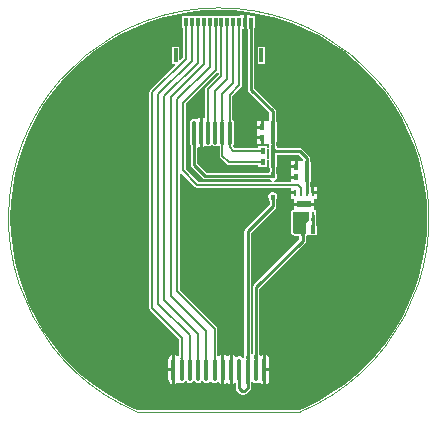
<source format=gbl>
G04*
G04 #@! TF.GenerationSoftware,Altium Limited,Altium Designer,22.0.2 (36)*
G04*
G04 Layer_Physical_Order=2*
G04 Layer_Color=16711680*
%FSLAX25Y25*%
%MOIN*%
G70*
G04*
G04 #@! TF.SameCoordinates,6020ED95-2C93-4A4D-A151-97898FCA3E42*
G04*
G04*
G04 #@! TF.FilePolarity,Positive*
G04*
G01*
G75*
%ADD10C,0.00050*%
%ADD11C,0.00900*%
%ADD12C,0.01772*%
G04:AMPARAMS|DCode=13|XSize=78.74mil|YSize=15.75mil|CornerRadius=0mil|HoleSize=0mil|Usage=FLASHONLY|Rotation=270.000|XOffset=0mil|YOffset=0mil|HoleType=Round|Shape=Octagon|*
%AMOCTAGOND13*
4,1,8,-0.00394,-0.03937,0.00394,-0.03937,0.00787,-0.03543,0.00787,0.03543,0.00394,0.03937,-0.00394,0.03937,-0.00787,0.03543,-0.00787,-0.03543,-0.00394,-0.03937,0.0*
%
%ADD13OCTAGOND13*%

%ADD14O,0.01575X0.07874*%
%ADD15R,0.00945X0.01968*%
%ADD16R,0.04724X0.02362*%
%ADD17R,0.01575X0.01968*%
%ADD18R,0.01181X0.04528*%
%ADD19R,0.01181X0.02559*%
%ADD20O,0.01378X0.07874*%
G04:AMPARAMS|DCode=21|XSize=78.74mil|YSize=13.78mil|CornerRadius=0mil|HoleSize=0mil|Usage=FLASHONLY|Rotation=270.000|XOffset=0mil|YOffset=0mil|HoleType=Round|Shape=Octagon|*
%AMOCTAGOND21*
4,1,8,-0.00345,-0.03937,0.00345,-0.03937,0.00689,-0.03593,0.00689,0.03593,0.00345,0.03937,-0.00345,0.03937,-0.00689,0.03593,-0.00689,-0.03593,-0.00345,-0.03937,0.0*
%
%ADD21OCTAGOND21*%

%ADD22C,0.00600*%
%ADD23C,0.01000*%
G36*
X4954Y69271D02*
X9883Y68741D01*
X14762Y67861D01*
X19566Y66635D01*
X24270Y65069D01*
X28850Y63172D01*
X33283Y60953D01*
X37546Y58423D01*
X41619Y55596D01*
X45479Y52485D01*
X49107Y49107D01*
X52485Y45479D01*
X55596Y41619D01*
X58423Y37546D01*
X60953Y33283D01*
X63172Y28850D01*
X65069Y24270D01*
X66635Y19566D01*
X67861Y14762D01*
X68741Y9883D01*
X69271Y4954D01*
X69448Y0D01*
X69271Y-4954D01*
X68741Y-9883D01*
X67861Y-14762D01*
X66635Y-19566D01*
X65069Y-24270D01*
X63172Y-28850D01*
X60953Y-33283D01*
X58423Y-37546D01*
X55596Y-41619D01*
X52485Y-45479D01*
X49107Y-49107D01*
X45479Y-52485D01*
X41619Y-55596D01*
X37546Y-58423D01*
X33283Y-60953D01*
X28850Y-63172D01*
X26992Y-63942D01*
X-26992D01*
X-28850Y-63172D01*
X-33283Y-60953D01*
X-37546Y-58423D01*
X-41619Y-55596D01*
X-45479Y-52485D01*
X-49107Y-49107D01*
X-52485Y-45479D01*
X-55596Y-41619D01*
X-58423Y-37546D01*
X-60953Y-33283D01*
X-63172Y-28850D01*
X-65069Y-24270D01*
X-66635Y-19566D01*
X-67861Y-14762D01*
X-68741Y-9883D01*
X-69271Y-4954D01*
X-69448Y0D01*
X-69271Y4954D01*
X-68741Y9883D01*
X-67861Y14762D01*
X-66635Y19566D01*
X-65069Y24270D01*
X-63172Y28850D01*
X-60953Y33283D01*
X-58423Y37546D01*
X-55596Y41619D01*
X-52485Y45479D01*
X-49107Y49107D01*
X-45479Y52485D01*
X-41619Y55596D01*
X-37546Y58423D01*
X-33283Y60953D01*
X-28850Y63172D01*
X-24270Y65069D01*
X-19566Y66635D01*
X-14762Y67861D01*
X-9883Y68741D01*
X-4954Y69271D01*
X0Y69448D01*
X4954Y69271D01*
D02*
G37*
%LPC*%
G36*
X15402Y57132D02*
X13021D01*
Y51405D01*
X15402D01*
Y57132D01*
D02*
G37*
G36*
X10349Y67611D02*
X9258D01*
Y65332D01*
Y64064D01*
X9337D01*
X9322Y64054D01*
X9308Y64024D01*
X9297Y63974D01*
X9286Y63904D01*
X9271Y63704D01*
X9258Y63064D01*
X9258D01*
Y63052D01*
X9581D01*
X9605Y62995D01*
Y42873D01*
X9605Y42873D01*
X9691Y42444D01*
X9934Y42080D01*
X16850Y35164D01*
Y32366D01*
X16847Y32347D01*
X16838Y32326D01*
X16804Y32286D01*
X16716Y32255D01*
X16216Y32284D01*
Y32284D01*
X14928D01*
Y30300D01*
X14428D01*
Y29800D01*
X12641D01*
Y28316D01*
Y27300D01*
X14428D01*
Y26800D01*
X14928D01*
Y24816D01*
X16216D01*
Y24816D01*
X16716Y24856D01*
X16777Y24835D01*
X16841Y24777D01*
X16844Y24769D01*
X16851Y24735D01*
Y24353D01*
X16823Y24292D01*
X16813Y23952D01*
X16807Y23884D01*
X16586D01*
Y23363D01*
X16548Y23272D01*
X16573Y23213D01*
X16560Y23150D01*
X16586Y23111D01*
Y21489D01*
X16560Y21450D01*
X16573Y21387D01*
X16548Y21328D01*
X16586Y21237D01*
Y20784D01*
X16586Y20716D01*
X16586Y20716D01*
X16586Y20284D01*
X16586D01*
Y19763D01*
X16548Y19672D01*
X16573Y19613D01*
X16560Y19550D01*
X16586Y19511D01*
Y17871D01*
X16555Y17818D01*
X16567Y17772D01*
X16548Y17728D01*
X16586Y17637D01*
Y17116D01*
X16870D01*
X16884Y16962D01*
X16887Y16815D01*
X16916Y16749D01*
Y15364D01*
X16887Y15298D01*
X16886Y15221D01*
X16877Y15109D01*
X16770Y15101D01*
X16694Y15099D01*
X16628Y15071D01*
X-4057D01*
X-7135Y18149D01*
Y23420D01*
X-6738Y23711D01*
X-6606Y23710D01*
X-6541Y23667D01*
X-6343Y23627D01*
Y28500D01*
Y33373D01*
X-6541Y33333D01*
X-7132Y32938D01*
X-7388Y32913D01*
X-7512Y33037D01*
X-8899D01*
X-9593Y32343D01*
Y25079D01*
X-9629Y25007D01*
X-9621Y24984D01*
X-9630Y24963D01*
X-9593Y24872D01*
Y24657D01*
X-9459Y24522D01*
X-9435Y24496D01*
X-9423Y24477D01*
X-9406Y24444D01*
X-9386Y24394D01*
X-9365Y24326D01*
X-9345Y24241D01*
X-9330Y24146D01*
X-9308Y23879D01*
X-9305Y23725D01*
X-9276Y23659D01*
Y17706D01*
X-9195Y17296D01*
X-8963Y16949D01*
X-5257Y13243D01*
X-4910Y13011D01*
X-4500Y12929D01*
X16620D01*
X16682Y12901D01*
X16845Y12895D01*
X16890Y12890D01*
X16929Y12884D01*
X16956Y12878D01*
X16965Y12876D01*
X16970Y12873D01*
X16975Y12871D01*
X16991Y12863D01*
X16999Y12863D01*
X17001Y12862D01*
X17004Y12862D01*
X17033Y12860D01*
X17036Y12859D01*
X17041Y12857D01*
X17158Y12740D01*
X17704Y12514D01*
X17696Y12018D01*
X-6739D01*
X-11082Y16362D01*
Y38020D01*
X-533Y48569D01*
X-149Y48462D01*
X-33Y48380D01*
Y47764D01*
X-4249Y43549D01*
X-4448Y43251D01*
X-4518Y42900D01*
Y33515D01*
X-5018Y33248D01*
X-5146Y33333D01*
X-5343Y33373D01*
Y28500D01*
Y23627D01*
X-5146Y23667D01*
X-4555Y24062D01*
X-4399Y24295D01*
X-4022Y24044D01*
X-3481Y23936D01*
X-2940Y24044D01*
X-2647Y24239D01*
X-2300Y24312D01*
X-1953Y24239D01*
X-1660Y24044D01*
X-1119Y23936D01*
X-578Y24044D01*
X-279Y24243D01*
X-125Y24270D01*
X294Y24005D01*
X326Y23933D01*
Y20757D01*
X396Y20405D01*
X594Y20108D01*
X2651Y18051D01*
X2949Y17852D01*
X3300Y17782D01*
X13164D01*
X13235Y17751D01*
X13239Y17751D01*
Y17116D01*
X16014D01*
Y20284D01*
X16014D01*
Y20716D01*
X16014D01*
Y23884D01*
X13239D01*
Y23249D01*
X13235Y23249D01*
X13164Y23218D01*
X5280D01*
X4640Y23858D01*
X4624Y24332D01*
X4673Y24450D01*
X4912Y24809D01*
X5020Y25350D01*
Y31650D01*
X4912Y32191D01*
X4673Y32550D01*
X4624Y32668D01*
X4595Y32680D01*
X4591Y32690D01*
X4587Y32694D01*
X4586Y32696D01*
X4578Y32723D01*
X4572Y32757D01*
X4557Y32905D01*
X4555Y32995D01*
X4523Y33067D01*
Y40825D01*
X7439Y43741D01*
X7638Y44039D01*
X7707Y44390D01*
Y63052D01*
X8258D01*
Y63073D01*
X8258Y63254D01*
X8208Y64024D01*
X8195Y64054D01*
X8180Y64064D01*
X8258D01*
Y65332D01*
Y67611D01*
X7168D01*
Y67211D01*
X-12117D01*
Y64197D01*
X-12151Y64137D01*
X-12140Y64100D01*
X-12155Y64064D01*
X-12117Y63974D01*
Y63452D01*
X-11876D01*
X-11876Y63448D01*
X-11844Y63377D01*
Y53553D01*
X-12758Y52639D01*
X-13220Y52831D01*
Y57132D01*
X-15602D01*
Y51405D01*
X-14646D01*
X-14455Y50943D01*
X-22849Y42549D01*
X-23048Y42251D01*
X-23118Y41900D01*
Y-30100D01*
X-23048Y-30451D01*
X-22849Y-30749D01*
X-13319Y-40279D01*
Y-45946D01*
X-13351Y-46015D01*
X-13351Y-46016D01*
X-13856Y-46160D01*
X-13940Y-46034D01*
X-14499Y-45661D01*
X-14658Y-45629D01*
Y-50500D01*
Y-55371D01*
X-14499Y-55339D01*
X-13940Y-54966D01*
X-13840Y-54816D01*
X-13701Y-54778D01*
X-13203Y-54763D01*
X-12904Y-54962D01*
X-12402Y-55062D01*
X-11899Y-54962D01*
X-11472Y-54677D01*
X-11301Y-54422D01*
X-11288Y-54416D01*
X-10759D01*
X-10746Y-54422D01*
X-10575Y-54677D01*
X-10149Y-54962D01*
X-9646Y-55062D01*
X-9143Y-54962D01*
X-8716Y-54677D01*
X-8546Y-54422D01*
X-8532Y-54416D01*
X-8003D01*
X-7990Y-54422D01*
X-7819Y-54677D01*
X-7393Y-54962D01*
X-6890Y-55062D01*
X-6387Y-54962D01*
X-5960Y-54677D01*
X-5790Y-54422D01*
X-5776Y-54416D01*
X-5248D01*
X-5234Y-54422D01*
X-5063Y-54677D01*
X-4637Y-54962D01*
X-4134Y-55062D01*
X-3631Y-54962D01*
X-3205Y-54677D01*
X-3034Y-54422D01*
X-3020Y-54416D01*
X-2492D01*
X-2478Y-54422D01*
X-2307Y-54677D01*
X-1881Y-54962D01*
X-1378Y-55062D01*
X-875Y-54962D01*
X-577Y-54763D01*
X-79Y-54778D01*
X60Y-54816D01*
X160Y-54966D01*
X719Y-55339D01*
X878Y-55371D01*
Y-50500D01*
Y-45629D01*
X719Y-45661D01*
X160Y-46034D01*
X74Y-46163D01*
X71Y-46163D01*
X-429Y-46027D01*
X-460Y-45954D01*
Y-36822D01*
X-530Y-36471D01*
X-729Y-36173D01*
X-12982Y-23920D01*
Y14959D01*
X-12482Y15166D01*
X-7767Y10451D01*
X-7470Y10252D01*
X-7119Y10182D01*
X23975D01*
Y8940D01*
X25447D01*
Y7940D01*
X23975D01*
Y6456D01*
X25038D01*
Y5200D01*
X28400D01*
X31762D01*
Y6456D01*
X32825D01*
Y7940D01*
X31353D01*
Y8440D01*
X30853D01*
Y10424D01*
X30451D01*
Y11648D01*
X30479Y11714D01*
X30482Y11871D01*
X30490Y11991D01*
X30493Y12014D01*
X30763D01*
Y12536D01*
X30801Y12626D01*
X30782Y12673D01*
X30794Y12721D01*
X30763Y12772D01*
Y14410D01*
X30789Y14449D01*
X30776Y14512D01*
X30801Y14571D01*
X30763Y14661D01*
Y15079D01*
X30763Y15183D01*
X30763D01*
Y15579D01*
X30763D01*
Y16100D01*
X30801Y16191D01*
X30776Y16250D01*
X30789Y16312D01*
X30763Y16352D01*
Y17967D01*
X30787Y18002D01*
X30774Y18071D01*
X30801Y18135D01*
X30763Y18225D01*
Y18747D01*
X30571D01*
X30552Y18977D01*
X30549Y19144D01*
X30522Y19208D01*
Y19900D01*
X30436Y20329D01*
X30193Y20693D01*
X30193Y20693D01*
X27793Y23093D01*
X27429Y23336D01*
X27000Y23422D01*
X27000Y23422D01*
X19827D01*
X19765Y23449D01*
X19594Y23453D01*
X19466Y23464D01*
X19369Y23479D01*
X19361Y23482D01*
Y23884D01*
X19140D01*
X19124Y24110D01*
X19122Y24282D01*
X19094Y24346D01*
Y24747D01*
X19121Y24808D01*
X19132Y25149D01*
X19138Y25216D01*
X19359D01*
Y25738D01*
X19396Y25828D01*
X19372Y25887D01*
X19385Y25950D01*
X19359Y25990D01*
Y27611D01*
X19385Y27651D01*
X19372Y27713D01*
X19396Y27773D01*
X19359Y27863D01*
Y28216D01*
X19359Y28385D01*
X19359D01*
Y28716D01*
X19359D01*
Y29238D01*
X19396Y29328D01*
X19372Y29387D01*
X19385Y29450D01*
X19359Y29489D01*
Y31111D01*
X19385Y31151D01*
X19372Y31213D01*
X19396Y31273D01*
X19359Y31363D01*
Y31885D01*
X19139D01*
X19123Y32110D01*
X19121Y32282D01*
X19093Y32346D01*
Y35629D01*
X19093Y35629D01*
X19007Y36058D01*
X18764Y36422D01*
X18764Y36422D01*
X11848Y43338D01*
Y62988D01*
X11876Y63051D01*
X11884Y63452D01*
X11917D01*
Y63900D01*
X11942Y63938D01*
X11930Y64003D01*
X11955Y64064D01*
X11917Y64154D01*
Y67211D01*
X10349D01*
Y67611D01*
D02*
G37*
G36*
X13928Y32284D02*
X12641D01*
Y30800D01*
X13928D01*
Y32284D01*
D02*
G37*
G36*
Y26300D02*
X12641D01*
Y24816D01*
X13928D01*
Y26300D01*
D02*
G37*
G36*
X32825Y10424D02*
X31853D01*
Y8940D01*
X32825D01*
Y10424D01*
D02*
G37*
G36*
X18296Y8686D02*
X17704D01*
X17158Y8460D01*
X16740Y8042D01*
X16514Y7496D01*
Y6904D01*
X16740Y6358D01*
X16858Y6241D01*
X16859Y6236D01*
X16860Y6233D01*
X16862Y6204D01*
X16862Y6201D01*
X16863Y6199D01*
X16863Y6191D01*
X16871Y6176D01*
X16872Y6170D01*
X16876Y6165D01*
X16878Y6156D01*
X16884Y6129D01*
X16889Y6097D01*
X16899Y5970D01*
X16901Y5894D01*
X16929Y5828D01*
Y4343D01*
X8889Y-3697D01*
X8657Y-4045D01*
X8575Y-4454D01*
Y-45758D01*
X8546Y-45823D01*
X8539Y-46134D01*
X8532Y-46247D01*
X8525Y-46300D01*
X8059Y-46575D01*
X7975Y-46556D01*
X7819Y-46323D01*
X7393Y-46038D01*
X6890Y-45938D01*
X6387Y-46038D01*
X6089Y-46237D01*
X5590Y-46222D01*
X5452Y-46184D01*
X5351Y-46034D01*
X4793Y-45661D01*
X4634Y-45629D01*
Y-50500D01*
Y-55371D01*
X4793Y-55339D01*
X5287Y-55009D01*
X5325Y-55010D01*
X5580Y-55082D01*
X5801Y-55193D01*
X5819Y-55236D01*
Y-56785D01*
X5819Y-56785D01*
X5901Y-57195D01*
X6133Y-57542D01*
X7139Y-58548D01*
X7486Y-58780D01*
X7896Y-58862D01*
X7896Y-58862D01*
X8517D01*
X8927Y-58780D01*
X9274Y-58548D01*
X10403Y-57420D01*
X10635Y-57073D01*
X10716Y-56663D01*
Y-55242D01*
X10745Y-55177D01*
X10752Y-54866D01*
X10759Y-54753D01*
X10766Y-54700D01*
X11233Y-54425D01*
X11317Y-54444D01*
X11472Y-54677D01*
X11899Y-54962D01*
X12402Y-55062D01*
X12904Y-54962D01*
X13075Y-54849D01*
X13335Y-54679D01*
X13780Y-54905D01*
X14313Y-55437D01*
X14658D01*
Y-50500D01*
Y-45563D01*
X14313D01*
X14051Y-45825D01*
X13820Y-45803D01*
X13665Y-45755D01*
X13523Y-45646D01*
Y-23563D01*
X28799Y-8287D01*
X28799Y-8287D01*
X29042Y-7923D01*
X29128Y-7494D01*
X29128Y-7494D01*
Y-6188D01*
X29155Y-6127D01*
X29162Y-5902D01*
X29410Y-5718D01*
X29894Y-5695D01*
X29965Y-5719D01*
Y-5719D01*
X32740D01*
Y-3308D01*
X32771Y-3256D01*
X32759Y-3208D01*
X32777Y-3163D01*
X32740Y-3072D01*
Y-2551D01*
X32469D01*
X32455Y-2398D01*
X32452Y-2250D01*
X32423Y-2184D01*
Y-983D01*
X32452Y-913D01*
X32452Y-593D01*
X32459Y-73D01*
X32459Y-64D01*
X32459Y-63D01*
X32459Y-56D01*
X32452Y-38D01*
X32463Y-12D01*
X32425Y78D01*
Y2544D01*
X31762D01*
Y4200D01*
X28400D01*
X25038D01*
Y2741D01*
X24878D01*
X24419Y2551D01*
X24412Y2544D01*
X24375D01*
Y2507D01*
X24170Y2302D01*
X23979Y1843D01*
Y-4629D01*
X24170Y-5088D01*
X24841Y-5759D01*
X25300Y-5949D01*
X26854D01*
X26857Y-6117D01*
X26885Y-6181D01*
Y-7029D01*
X11609Y-22305D01*
X11365Y-22669D01*
X11280Y-23098D01*
X11280Y-23099D01*
Y-45414D01*
X10780Y-45595D01*
X10716Y-45519D01*
Y-4898D01*
X18757Y3143D01*
X18989Y3490D01*
X19071Y3900D01*
X19071Y3900D01*
Y5820D01*
X19099Y5882D01*
X19105Y6045D01*
X19110Y6089D01*
X19116Y6129D01*
X19122Y6156D01*
X19124Y6165D01*
X19128Y6170D01*
X19129Y6176D01*
X19137Y6191D01*
X19137Y6199D01*
X19138Y6201D01*
X19138Y6204D01*
X19140Y6233D01*
X19141Y6236D01*
X19142Y6241D01*
X19260Y6358D01*
X19486Y6904D01*
Y7496D01*
X19260Y8042D01*
X18842Y8460D01*
X18296Y8686D01*
D02*
G37*
G36*
X16002Y-45563D02*
X15657D01*
Y-50000D01*
X16846D01*
Y-46407D01*
X16002Y-45563D01*
D02*
G37*
G36*
X-15657Y-45629D02*
X-15816Y-45661D01*
X-16375Y-46034D01*
X-16748Y-46593D01*
X-16880Y-47252D01*
Y-50000D01*
X-15657D01*
Y-45629D01*
D02*
G37*
G36*
X1878D02*
Y-50500D01*
Y-55371D01*
X2037Y-55339D01*
X2596Y-54966D01*
X2916D01*
X3475Y-55339D01*
X3634Y-55371D01*
Y-50500D01*
Y-45629D01*
X3475Y-45661D01*
X2916Y-46034D01*
X2596D01*
X2037Y-45661D01*
X1878Y-45629D01*
D02*
G37*
G36*
X-15657Y-51000D02*
X-16880D01*
Y-53748D01*
X-16748Y-54407D01*
X-16375Y-54966D01*
X-15816Y-55339D01*
X-15657Y-55371D01*
Y-51000D01*
D02*
G37*
G36*
X16846D02*
X15657D01*
Y-55437D01*
X16002D01*
X16846Y-54593D01*
Y-51000D01*
D02*
G37*
%LPD*%
G36*
X7315Y64058D02*
X7268Y64040D01*
X7226Y64010D01*
X7190Y63968D01*
X7159Y63914D01*
X7134Y63848D01*
X7115Y63770D01*
X7101Y63680D01*
X7092Y63578D01*
X7090Y63464D01*
X6490D01*
X6487Y63578D01*
X6479Y63680D01*
X6465Y63770D01*
X6445Y63848D01*
X6420Y63914D01*
X6390Y63968D01*
X6353Y64010D01*
X6312Y64040D01*
X6264Y64058D01*
X6211Y64064D01*
X7368D01*
X7315Y64058D01*
D02*
G37*
G36*
X5347D02*
X5300Y64040D01*
X5258Y64010D01*
X5221Y63968D01*
X5191Y63914D01*
X5166Y63848D01*
X5146Y63770D01*
X5132Y63680D01*
X5124Y63578D01*
X5121Y63464D01*
X4521D01*
X4518Y63578D01*
X4510Y63680D01*
X4496Y63770D01*
X4477Y63848D01*
X4452Y63914D01*
X4421Y63968D01*
X4385Y64010D01*
X4343Y64040D01*
X4296Y64058D01*
X4243Y64064D01*
X5400D01*
X5347Y64058D01*
D02*
G37*
G36*
X3378D02*
X3331Y64040D01*
X3289Y64010D01*
X3253Y63968D01*
X3222Y63914D01*
X3197Y63848D01*
X3178Y63770D01*
X3164Y63680D01*
X3156Y63578D01*
X3153Y63464D01*
X2553D01*
X2550Y63578D01*
X2542Y63680D01*
X2528Y63770D01*
X2508Y63848D01*
X2483Y63914D01*
X2452Y63968D01*
X2416Y64010D01*
X2375Y64040D01*
X2327Y64058D01*
X2274Y64064D01*
X3431D01*
X3378Y64058D01*
D02*
G37*
G36*
X1410D02*
X1362Y64040D01*
X1321Y64010D01*
X1285Y63968D01*
X1254Y63914D01*
X1229Y63848D01*
X1209Y63770D01*
X1195Y63680D01*
X1187Y63578D01*
X1184Y63464D01*
X584D01*
X581Y63578D01*
X573Y63680D01*
X559Y63770D01*
X540Y63848D01*
X515Y63914D01*
X484Y63968D01*
X448Y64010D01*
X406Y64040D01*
X359Y64058D01*
X306Y64064D01*
X1463D01*
X1410Y64058D01*
D02*
G37*
G36*
X-559D02*
X-606Y64040D01*
X-648Y64010D01*
X-684Y63968D01*
X-715Y63914D01*
X-740Y63848D01*
X-759Y63770D01*
X-773Y63680D01*
X-781Y63578D01*
X-784Y63464D01*
X-1384D01*
X-1387Y63578D01*
X-1395Y63680D01*
X-1409Y63770D01*
X-1429Y63848D01*
X-1454Y63914D01*
X-1484Y63968D01*
X-1521Y64010D01*
X-1562Y64040D01*
X-1610Y64058D01*
X-1663Y64064D01*
X-506D01*
X-559Y64058D01*
D02*
G37*
G36*
X-2527D02*
X-2575Y64040D01*
X-2616Y64010D01*
X-2653Y63968D01*
X-2683Y63914D01*
X-2708Y63848D01*
X-2728Y63770D01*
X-2742Y63680D01*
X-2750Y63578D01*
X-2753Y63464D01*
X-3353D01*
X-3356Y63578D01*
X-3364Y63680D01*
X-3378Y63770D01*
X-3397Y63848D01*
X-3422Y63914D01*
X-3453Y63968D01*
X-3489Y64010D01*
X-3531Y64040D01*
X-3578Y64058D01*
X-3631Y64064D01*
X-2474D01*
X-2527Y64058D01*
D02*
G37*
G36*
X-4496D02*
X-4543Y64040D01*
X-4585Y64010D01*
X-4621Y63968D01*
X-4652Y63914D01*
X-4677Y63848D01*
X-4696Y63770D01*
X-4710Y63680D01*
X-4719Y63578D01*
X-4721Y63464D01*
X-5321D01*
X-5324Y63578D01*
X-5332Y63680D01*
X-5346Y63770D01*
X-5366Y63848D01*
X-5391Y63914D01*
X-5421Y63968D01*
X-5458Y64010D01*
X-5500Y64040D01*
X-5547Y64058D01*
X-5600Y64064D01*
X-4443D01*
X-4496Y64058D01*
D02*
G37*
G36*
X-6464D02*
X-6511Y64040D01*
X-6553Y64010D01*
X-6589Y63968D01*
X-6620Y63914D01*
X-6645Y63848D01*
X-6665Y63770D01*
X-6679Y63680D01*
X-6687Y63578D01*
X-6690Y63464D01*
X-7290D01*
X-7293Y63578D01*
X-7301Y63680D01*
X-7315Y63770D01*
X-7334Y63848D01*
X-7359Y63914D01*
X-7390Y63968D01*
X-7426Y64010D01*
X-7468Y64040D01*
X-7515Y64058D01*
X-7568Y64064D01*
X-6411D01*
X-6464Y64058D01*
D02*
G37*
G36*
X-8433D02*
X-8480Y64040D01*
X-8522Y64010D01*
X-8558Y63968D01*
X-8589Y63914D01*
X-8614Y63848D01*
X-8633Y63770D01*
X-8647Y63680D01*
X-8655Y63578D01*
X-8658Y63464D01*
X-9258D01*
X-9261Y63578D01*
X-9269Y63680D01*
X-9283Y63770D01*
X-9303Y63848D01*
X-9328Y63914D01*
X-9358Y63968D01*
X-9395Y64010D01*
X-9437Y64040D01*
X-9484Y64058D01*
X-9537Y64064D01*
X-8380D01*
X-8433Y64058D01*
D02*
G37*
G36*
X-10401D02*
X-10448Y64040D01*
X-10490Y64010D01*
X-10526Y63968D01*
X-10557Y63914D01*
X-10582Y63848D01*
X-10602Y63770D01*
X-10616Y63680D01*
X-10624Y63578D01*
X-10627Y63464D01*
X-11227D01*
X-11230Y63578D01*
X-11238Y63680D01*
X-11252Y63770D01*
X-11271Y63848D01*
X-11296Y63914D01*
X-11327Y63968D01*
X-11363Y64010D01*
X-11405Y64040D01*
X-11452Y64058D01*
X-11505Y64064D01*
X-10348D01*
X-10401Y64058D01*
D02*
G37*
G36*
X11290Y64054D02*
X11277Y64024D01*
X11265Y63974D01*
X11255Y63904D01*
X11239Y63704D01*
X11227Y63064D01*
X10227D01*
X10226Y63254D01*
X10176Y64024D01*
X10163Y64054D01*
X10148Y64064D01*
X11305D01*
X11290Y64054D01*
D02*
G37*
G36*
X3908Y32865D02*
X3929Y32660D01*
X3947Y32570D01*
X3970Y32488D01*
X3999Y32415D01*
X4032Y32351D01*
X4071Y32295D01*
X4115Y32247D01*
X4165Y32209D01*
X3046D01*
X3096Y32247D01*
X3140Y32295D01*
X3179Y32351D01*
X3212Y32415D01*
X3241Y32488D01*
X3264Y32570D01*
X3282Y32660D01*
X3295Y32758D01*
X3303Y32865D01*
X3306Y32980D01*
X3906D01*
X3908Y32865D01*
D02*
G37*
G36*
X1546D02*
X1567Y32660D01*
X1585Y32570D01*
X1608Y32488D01*
X1637Y32415D01*
X1670Y32351D01*
X1709Y32295D01*
X1753Y32247D01*
X1802Y32209D01*
X684D01*
X734Y32247D01*
X777Y32295D01*
X816Y32351D01*
X850Y32415D01*
X879Y32488D01*
X902Y32570D01*
X920Y32660D01*
X933Y32758D01*
X941Y32865D01*
X943Y32980D01*
X1543D01*
X1546Y32865D01*
D02*
G37*
G36*
X-816D02*
X-796Y32660D01*
X-777Y32570D01*
X-754Y32488D01*
X-726Y32415D01*
X-692Y32351D01*
X-653Y32295D01*
X-609Y32247D01*
X-560Y32209D01*
X-1678D01*
X-1629Y32247D01*
X-1585Y32295D01*
X-1546Y32351D01*
X-1512Y32415D01*
X-1484Y32488D01*
X-1460Y32570D01*
X-1442Y32660D01*
X-1429Y32758D01*
X-1421Y32865D01*
X-1419Y32980D01*
X-819D01*
X-816Y32865D01*
D02*
G37*
G36*
X-3297Y32848D02*
X-3274Y32590D01*
X-3253Y32488D01*
X-3227Y32403D01*
X-3194Y32337D01*
X-3156Y32289D01*
X-3112Y32258D01*
X-3062Y32245D01*
X-3007Y32251D01*
X-4190Y31963D01*
X-4135Y31985D01*
X-4086Y32023D01*
X-4042Y32077D01*
X-4004Y32147D01*
X-3972Y32233D01*
X-3946Y32335D01*
X-3926Y32453D01*
X-3912Y32587D01*
X-3900Y32902D01*
X-3300Y33004D01*
X-3297Y32848D01*
D02*
G37*
G36*
X18474Y32083D02*
X18496Y31763D01*
X18515Y31633D01*
X18540Y31523D01*
X18571Y31433D01*
X18606Y31363D01*
X18648Y31313D01*
X18694Y31283D01*
X18747Y31273D01*
X17196D01*
X17248Y31283D01*
X17295Y31313D01*
X17336Y31363D01*
X17372Y31433D01*
X17402Y31523D01*
X17427Y31633D01*
X17447Y31763D01*
X17460Y31913D01*
X17471Y32273D01*
X18471D01*
X18474Y32083D01*
D02*
G37*
G36*
X18694Y29318D02*
X18648Y29288D01*
X18606Y29238D01*
X18571Y29168D01*
X18540Y29078D01*
X18515Y28968D01*
X18496Y28838D01*
X18482Y28688D01*
X18478Y28532D01*
X18496Y28263D01*
X18515Y28133D01*
X18540Y28023D01*
X18571Y27933D01*
X18606Y27863D01*
X18648Y27813D01*
X18694Y27783D01*
X18747Y27773D01*
X17196D01*
X17248Y27783D01*
X17295Y27813D01*
X17336Y27863D01*
X17372Y27933D01*
X17402Y28023D01*
X17427Y28133D01*
X17447Y28263D01*
X17460Y28413D01*
X17465Y28569D01*
X17447Y28838D01*
X17427Y28968D01*
X17402Y29078D01*
X17372Y29168D01*
X17336Y29238D01*
X17295Y29288D01*
X17248Y29318D01*
X17196Y29328D01*
X18747D01*
X18694Y29318D01*
D02*
G37*
G36*
X18695Y25818D02*
X18648Y25788D01*
X18607Y25738D01*
X18571Y25668D01*
X18541Y25578D01*
X18516Y25468D01*
X18497Y25338D01*
X18483Y25188D01*
X18472Y24828D01*
X17472D01*
X17470Y25018D01*
X17447Y25338D01*
X17428Y25468D01*
X17403Y25578D01*
X17373Y25668D01*
X17337Y25738D01*
X17295Y25788D01*
X17248Y25818D01*
X17196Y25828D01*
X18747D01*
X18695Y25818D01*
D02*
G37*
G36*
X4115Y24753D02*
X4071Y24705D01*
X4032Y24649D01*
X3999Y24585D01*
X3970Y24512D01*
X3947Y24430D01*
X3929Y24340D01*
X3916Y24242D01*
X3908Y24135D01*
X3906Y24020D01*
X3306D01*
X3303Y24135D01*
X3282Y24340D01*
X3264Y24430D01*
X3241Y24512D01*
X3212Y24585D01*
X3179Y24649D01*
X3140Y24705D01*
X3096Y24753D01*
X3046Y24791D01*
X4165D01*
X4115Y24753D01*
D02*
G37*
G36*
X1753D02*
X1709Y24705D01*
X1670Y24649D01*
X1637Y24585D01*
X1608Y24512D01*
X1585Y24430D01*
X1567Y24340D01*
X1554Y24242D01*
X1546Y24135D01*
X1543Y24020D01*
X943D01*
X941Y24135D01*
X920Y24340D01*
X902Y24430D01*
X879Y24512D01*
X850Y24585D01*
X816Y24649D01*
X777Y24705D01*
X734Y24753D01*
X684Y24791D01*
X1802D01*
X1753Y24753D01*
D02*
G37*
G36*
X-7492Y24892D02*
X-7547Y24810D01*
X-7596Y24716D01*
X-7638Y24610D01*
X-7674Y24494D01*
X-7703Y24365D01*
X-7726Y24226D01*
X-7743Y24074D01*
X-7756Y23737D01*
X-8655D01*
X-8659Y23911D01*
X-8685Y24226D01*
X-8708Y24365D01*
X-8737Y24494D01*
X-8773Y24610D01*
X-8815Y24716D01*
X-8864Y24810D01*
X-8919Y24892D01*
X-8981Y24963D01*
X-7430D01*
X-7492Y24892D01*
D02*
G37*
G36*
X18475Y24082D02*
X18497Y23762D01*
X18517Y23632D01*
X18541Y23522D01*
X18572Y23432D01*
X18608Y23362D01*
X18649Y23312D01*
X18696Y23282D01*
X18749Y23272D01*
X17198D01*
X17250Y23282D01*
X17297Y23312D01*
X17338Y23362D01*
X17373Y23432D01*
X17404Y23522D01*
X17428Y23632D01*
X17448Y23762D01*
X17461Y23912D01*
X17472Y24272D01*
X18472D01*
X18475Y24082D01*
D02*
G37*
G36*
X13863Y21700D02*
X13857Y21757D01*
X13839Y21808D01*
X13808Y21853D01*
X13766Y21892D01*
X13710Y21925D01*
X13643Y21952D01*
X13564Y21973D01*
X13472Y21988D01*
X13368Y21997D01*
X13251Y22000D01*
Y22600D01*
X13368Y22603D01*
X13472Y22612D01*
X13564Y22627D01*
X13643Y22648D01*
X13710Y22675D01*
X13766Y22708D01*
X13808Y22747D01*
X13839Y22792D01*
X13857Y22843D01*
X13863Y22900D01*
Y21700D01*
D02*
G37*
G36*
X18759Y23182D02*
X18789Y23102D01*
X18839Y23031D01*
X18909Y22970D01*
X18999Y22918D01*
X19109Y22876D01*
X19239Y22842D01*
X19389Y22819D01*
X19559Y22805D01*
X19749Y22800D01*
Y21800D01*
X19559Y21795D01*
X19389Y21781D01*
X19239Y21757D01*
X19109Y21724D01*
X18999Y21682D01*
X18909Y21630D01*
X18839Y21569D01*
X18789Y21498D01*
X18759Y21418D01*
X18749Y21328D01*
X18696Y21318D01*
X18650Y21288D01*
X18608Y21238D01*
X18572Y21168D01*
X18542Y21078D01*
X18517Y20968D01*
X18498Y20838D01*
X18484Y20688D01*
X18477Y20462D01*
X18498Y20162D01*
X18517Y20032D01*
X18542Y19922D01*
X18572Y19832D01*
X18608Y19762D01*
X18650Y19712D01*
X18696Y19682D01*
X18749Y19672D01*
X17198D01*
X17250Y19682D01*
X17297Y19712D01*
X17338Y19762D01*
X17374Y19832D01*
X17404Y19922D01*
X17429Y20032D01*
X17448Y20162D01*
X17462Y20312D01*
X17469Y20538D01*
X17448Y20838D01*
X17429Y20968D01*
X17404Y21078D01*
X17374Y21168D01*
X17338Y21238D01*
X17297Y21288D01*
X17250Y21318D01*
X17198Y21328D01*
X18749D01*
Y23272D01*
X18759Y23182D01*
D02*
G37*
G36*
X28092Y19622D02*
X28001Y19116D01*
X27620Y19147D01*
Y19147D01*
X26333D01*
Y17163D01*
X25833D01*
Y16662D01*
X24046D01*
Y15178D01*
Y14098D01*
X25833D01*
Y13098D01*
X24046D01*
Y12018D01*
X18304D01*
X18296Y12514D01*
X18842Y12740D01*
X19260Y13158D01*
X19486Y13704D01*
Y14296D01*
X19260Y14842D01*
X19130Y14972D01*
X19127Y14980D01*
X19124Y15006D01*
X19124Y15013D01*
X19123Y15016D01*
X19123Y15024D01*
X19114Y15041D01*
X19112Y15046D01*
X19110Y15050D01*
X19108Y15056D01*
X19102Y15082D01*
X19097Y15113D01*
X19087Y15239D01*
X19086Y15314D01*
X19057Y15380D01*
Y16750D01*
X19086Y16816D01*
X19089Y16973D01*
X19096Y17095D01*
X19099Y17116D01*
X19361D01*
Y17637D01*
X19398Y17728D01*
X19378Y17775D01*
X19391Y17825D01*
X19361Y17875D01*
Y19511D01*
X19387Y19550D01*
X19374Y19613D01*
X19398Y19672D01*
X19361Y19763D01*
Y20216D01*
X19361Y20284D01*
X19361D01*
Y20716D01*
X19539Y21142D01*
X19594Y21147D01*
X19765Y21151D01*
X19827Y21179D01*
X26535D01*
X28092Y19622D01*
D02*
G37*
G36*
X29902Y18945D02*
X29940Y18495D01*
X29963Y18385D01*
X29991Y18295D01*
X30023Y18225D01*
X30061Y18175D01*
X30104Y18145D01*
X30151Y18135D01*
X28601D01*
X28657Y18145D01*
X28708Y18175D01*
X28753Y18225D01*
X28792Y18295D01*
X28825Y18385D01*
X28852Y18495D01*
X28873Y18625D01*
X28888Y18775D01*
X28900Y19135D01*
X29900D01*
X29902Y18945D01*
D02*
G37*
G36*
X13863Y18100D02*
X13857Y18157D01*
X13839Y18208D01*
X13808Y18253D01*
X13766Y18292D01*
X13710Y18325D01*
X13643Y18352D01*
X13564Y18373D01*
X13472Y18388D01*
X13368Y18397D01*
X13251Y18400D01*
Y19000D01*
X13368Y19003D01*
X13472Y19012D01*
X13564Y19027D01*
X13643Y19048D01*
X13710Y19075D01*
X13766Y19108D01*
X13808Y19147D01*
X13839Y19192D01*
X13857Y19243D01*
X13863Y19300D01*
Y18100D01*
D02*
G37*
G36*
X18689Y17719D02*
X18636Y17692D01*
X18589Y17647D01*
X18549Y17584D01*
X18515Y17503D01*
X18486Y17404D01*
X18465Y17287D01*
X18449Y17152D01*
X18440Y16999D01*
X18437Y16828D01*
X17537D01*
X17533Y16999D01*
X17506Y17287D01*
X17482Y17404D01*
X17452Y17503D01*
X17415Y17584D01*
X17371Y17647D01*
X17320Y17692D01*
X17262Y17719D01*
X17198Y17728D01*
X18749D01*
X18689Y17719D01*
D02*
G37*
G36*
X18438Y15206D02*
X18452Y15035D01*
X18464Y14959D01*
X18480Y14890D01*
X18499Y14827D01*
X18522Y14771D01*
X18548Y14721D01*
X18577Y14678D01*
X18610Y14642D01*
X17370Y14623D01*
X17402Y14660D01*
X17430Y14703D01*
X17455Y14753D01*
X17477Y14810D01*
X17495Y14873D01*
X17510Y14942D01*
X17522Y15019D01*
X17535Y15191D01*
X17537Y15286D01*
X18437Y15302D01*
X18438Y15206D01*
D02*
G37*
G36*
X30099Y16181D02*
X30052Y16151D01*
X30011Y16101D01*
X29975Y16031D01*
X29945Y15941D01*
X29920Y15831D01*
X29901Y15701D01*
X29887Y15551D01*
X29881Y15350D01*
X29901Y15061D01*
X29920Y14931D01*
X29945Y14821D01*
X29975Y14731D01*
X30011Y14661D01*
X30052Y14611D01*
X30099Y14581D01*
X30151Y14571D01*
X28601D01*
X28653Y14581D01*
X28700Y14611D01*
X28741Y14661D01*
X28777Y14731D01*
X28807Y14821D01*
X28832Y14931D01*
X28851Y15061D01*
X28865Y15211D01*
X28871Y15412D01*
X28851Y15701D01*
X28832Y15831D01*
X28807Y15941D01*
X28777Y16031D01*
X28741Y16101D01*
X28700Y16151D01*
X28653Y16181D01*
X28601Y16191D01*
X30151D01*
X30099Y16181D01*
D02*
G37*
G36*
X17367Y13380D02*
X17331Y13412D01*
X17288Y13441D01*
X17238Y13467D01*
X17181Y13489D01*
X17119Y13508D01*
X17049Y13523D01*
X16973Y13535D01*
X16890Y13543D01*
X16705Y13550D01*
Y14450D01*
X16801Y14452D01*
X16973Y14465D01*
X17049Y14477D01*
X17119Y14492D01*
X17181Y14511D01*
X17238Y14533D01*
X17288Y14559D01*
X17331Y14588D01*
X17367Y14620D01*
Y13380D01*
D02*
G37*
G36*
X30090Y12617D02*
X30036Y12590D01*
X29987Y12545D01*
X29946Y12482D01*
X29910Y12401D01*
X29882Y12302D01*
X29859Y12185D01*
X29843Y12050D01*
X29833Y11897D01*
X29830Y11726D01*
X28930D01*
X28927Y11897D01*
X28900Y12185D01*
X28877Y12302D01*
X28848Y12401D01*
X28811Y12482D01*
X28769Y12545D01*
X28719Y12590D01*
X28663Y12617D01*
X28601Y12626D01*
X30151D01*
X30090Y12617D01*
D02*
G37*
G36*
X29845Y9412D02*
X28924D01*
X28925Y9421D01*
X28926Y9448D01*
X28930Y10312D01*
X29830D01*
X29845Y9412D01*
D02*
G37*
G36*
X27717Y9898D02*
X27730Y9706D01*
X27741Y9628D01*
X27756Y9562D01*
X27773Y9508D01*
X27794Y9466D01*
X27818Y9436D01*
X27846Y9418D01*
X27876Y9412D01*
X26955D01*
X26986Y9418D01*
X27013Y9436D01*
X27037Y9466D01*
X27058Y9508D01*
X27076Y9562D01*
X27090Y9628D01*
X27101Y9706D01*
X27109Y9796D01*
X27116Y10012D01*
X27716D01*
X27717Y9898D01*
D02*
G37*
G36*
X-1075Y-46209D02*
X-1052Y-46497D01*
X-1032Y-46614D01*
X-1005Y-46713D01*
X-974Y-46794D01*
X-936Y-46857D01*
X-892Y-46902D01*
X-843Y-46929D01*
X-788Y-46938D01*
X-1968D01*
X-1913Y-46929D01*
X-1864Y-46902D01*
X-1820Y-46857D01*
X-1782Y-46794D01*
X-1750Y-46713D01*
X-1724Y-46614D01*
X-1704Y-46497D01*
X-1689Y-46362D01*
X-1678Y-46038D01*
X-1078D01*
X-1075Y-46209D01*
D02*
G37*
G36*
X-3831D02*
X-3808Y-46497D01*
X-3788Y-46614D01*
X-3761Y-46713D01*
X-3729Y-46794D01*
X-3692Y-46857D01*
X-3648Y-46902D01*
X-3599Y-46929D01*
X-3544Y-46938D01*
X-4724D01*
X-4669Y-46929D01*
X-4620Y-46902D01*
X-4576Y-46857D01*
X-4538Y-46794D01*
X-4506Y-46713D01*
X-4480Y-46614D01*
X-4460Y-46497D01*
X-4445Y-46362D01*
X-4434Y-46038D01*
X-3834D01*
X-3831Y-46209D01*
D02*
G37*
G36*
X-6587D02*
X-6564Y-46497D01*
X-6543Y-46614D01*
X-6517Y-46713D01*
X-6485Y-46794D01*
X-6448Y-46857D01*
X-6404Y-46902D01*
X-6355Y-46929D01*
X-6300Y-46938D01*
X-7480D01*
X-7425Y-46929D01*
X-7375Y-46902D01*
X-7332Y-46857D01*
X-7294Y-46794D01*
X-7262Y-46713D01*
X-7236Y-46614D01*
X-7216Y-46497D01*
X-7201Y-46362D01*
X-7190Y-46038D01*
X-6590D01*
X-6587Y-46209D01*
D02*
G37*
G36*
X-9343D02*
X-9320Y-46497D01*
X-9299Y-46614D01*
X-9273Y-46713D01*
X-9241Y-46794D01*
X-9204Y-46857D01*
X-9160Y-46902D01*
X-9111Y-46929D01*
X-9056Y-46938D01*
X-10236D01*
X-10181Y-46929D01*
X-10131Y-46902D01*
X-10088Y-46857D01*
X-10050Y-46794D01*
X-10018Y-46713D01*
X-9992Y-46614D01*
X-9972Y-46497D01*
X-9957Y-46362D01*
X-9946Y-46038D01*
X-9346D01*
X-9343Y-46209D01*
D02*
G37*
G36*
X-12099D02*
X-12076Y-46497D01*
X-12055Y-46614D01*
X-12029Y-46713D01*
X-11997Y-46794D01*
X-11959Y-46857D01*
X-11916Y-46902D01*
X-11867Y-46929D01*
X-11812Y-46938D01*
X-12992D01*
X-12936Y-46929D01*
X-12887Y-46902D01*
X-12844Y-46857D01*
X-12806Y-46794D01*
X-12774Y-46713D01*
X-12748Y-46614D01*
X-12728Y-46497D01*
X-12713Y-46362D01*
X-12702Y-46038D01*
X-12102D01*
X-12099Y-46209D01*
D02*
G37*
%LPC*%
G36*
X25333Y19147D02*
X24046D01*
Y17662D01*
X25333D01*
Y19147D01*
D02*
G37*
%LPD*%
G36*
X18588Y6531D02*
X18559Y6488D01*
X18533Y6438D01*
X18511Y6381D01*
X18493Y6319D01*
X18477Y6249D01*
X18465Y6173D01*
X18457Y6090D01*
X18450Y5906D01*
X17550D01*
X17548Y6001D01*
X17535Y6173D01*
X17523Y6249D01*
X17507Y6319D01*
X17489Y6381D01*
X17467Y6438D01*
X17441Y6488D01*
X17412Y6531D01*
X17380Y6567D01*
X18620D01*
X18588Y6531D01*
D02*
G37*
G36*
X31811Y-21D02*
X31809Y-48D01*
X31803Y-588D01*
X31803Y-912D01*
X30903D01*
X30892Y-12D01*
X31813D01*
X31811Y-21D01*
D02*
G37*
G36*
X31806Y-2434D02*
X31832Y-2722D01*
X31855Y-2839D01*
X31884Y-2938D01*
X31920Y-3019D01*
X31962Y-3082D01*
X32011Y-3127D01*
X32066Y-3154D01*
X32128Y-3163D01*
X30577D01*
X30639Y-3154D01*
X30694Y-3127D01*
X30743Y-3082D01*
X30786Y-3019D01*
X30821Y-2938D01*
X30851Y-2839D01*
X30873Y-2722D01*
X30890Y-2587D01*
X30899Y-2434D01*
X30903Y-2263D01*
X31803D01*
X31806Y-2434D01*
D02*
G37*
G36*
X30100Y1900D02*
Y-600D01*
X29200Y-1500D01*
Y-4900D01*
X28800Y-5300D01*
X28594D01*
X28575Y-5357D01*
X28550Y-5467D01*
X28531Y-5597D01*
X28517Y-5747D01*
X28506Y-6107D01*
X27506D01*
X27503Y-5917D01*
X27481Y-5597D01*
X27462Y-5467D01*
X27437Y-5357D01*
X27418Y-5300D01*
X25300D01*
X24629Y-4629D01*
Y1843D01*
X24878Y2092D01*
X29908D01*
X30100Y1900D01*
D02*
G37*
G36*
X12903Y-45974D02*
X12951Y-46696D01*
X12969Y-46793D01*
X12990Y-46874D01*
X13013Y-46939D01*
X13039Y-46988D01*
X11764D01*
X11790Y-46939D01*
X11813Y-46874D01*
X11834Y-46793D01*
X11852Y-46696D01*
X11880Y-46455D01*
X11896Y-46150D01*
X11902Y-45782D01*
X12902D01*
X12903Y-45974D01*
D02*
G37*
G36*
X10097Y-46006D02*
X10126Y-46439D01*
X10143Y-46560D01*
X10188Y-46766D01*
X10216Y-46852D01*
X10248Y-46926D01*
X10283Y-46988D01*
X9008D01*
X9044Y-46926D01*
X9076Y-46852D01*
X9104Y-46766D01*
X9128Y-46669D01*
X9149Y-46560D01*
X9179Y-46307D01*
X9188Y-46162D01*
X9196Y-45838D01*
X10096D01*
X10097Y-46006D01*
D02*
G37*
G36*
X10248Y-54074D02*
X10216Y-54148D01*
X10188Y-54234D01*
X10163Y-54331D01*
X10143Y-54440D01*
X10113Y-54693D01*
X10103Y-54838D01*
X10096Y-55161D01*
X9196D01*
X9194Y-54994D01*
X9166Y-54561D01*
X9149Y-54440D01*
X9104Y-54234D01*
X9076Y-54148D01*
X9044Y-54074D01*
X9008Y-54012D01*
X10283D01*
X10248Y-54074D01*
D02*
G37*
G36*
X7492D02*
X7460Y-54148D01*
X7432Y-54234D01*
X7407Y-54331D01*
X7387Y-54440D01*
X7357Y-54693D01*
X7347Y-54838D01*
X7340Y-55161D01*
X6440D01*
X6438Y-54994D01*
X6410Y-54561D01*
X6393Y-54440D01*
X6348Y-54234D01*
X6320Y-54148D01*
X6288Y-54074D01*
X6252Y-54012D01*
X7527D01*
X7492Y-54074D01*
D02*
G37*
D10*
X27213Y-64579D02*
G03*
X-27214Y-64579I-27213J64579D01*
G01*
X-27214D02*
X0D01*
X27213D01*
D11*
X31353Y960D02*
X31353Y960D01*
X31353Y-4135D02*
Y960D01*
X31353Y-4135D02*
X31353Y-4135D01*
X-4500Y14000D02*
X18000D01*
X-8206Y17706D02*
X-4500Y14000D01*
X-8206Y17706D02*
Y28500D01*
X8517Y-57791D02*
X9646Y-56663D01*
X6890Y-56785D02*
X7896Y-57791D01*
X8517D01*
X9646Y-56663D02*
Y-50500D01*
X6890Y-56785D02*
Y-50500D01*
X9646D02*
Y-4454D01*
X17973Y18700D02*
X17987Y18687D01*
Y14013D02*
Y18687D01*
Y14013D02*
X18000Y14000D01*
Y3900D02*
Y7200D01*
X9646Y-4454D02*
X18000Y3900D01*
X29380Y8444D02*
X29384Y8440D01*
X29376Y13599D02*
X29380Y13594D01*
Y8444D02*
Y13594D01*
D12*
X5000Y5000D02*
D03*
Y-5000D02*
D03*
Y-15000D02*
D03*
Y-25000D02*
D03*
X-5000D02*
D03*
Y5000D02*
D03*
Y-5000D02*
D03*
Y-15000D02*
D03*
X0Y-25000D02*
D03*
Y-15000D02*
D03*
Y-5000D02*
D03*
Y5000D02*
D03*
X45000Y-40000D02*
D03*
Y-30000D02*
D03*
Y40000D02*
D03*
Y30000D02*
D03*
Y20000D02*
D03*
Y10000D02*
D03*
Y0D02*
D03*
Y-10000D02*
D03*
Y-20000D02*
D03*
X55000Y-30000D02*
D03*
Y-20000D02*
D03*
Y30000D02*
D03*
Y20000D02*
D03*
Y10000D02*
D03*
Y0D02*
D03*
Y-10000D02*
D03*
X65000D02*
D03*
Y0D02*
D03*
Y10000D02*
D03*
X-35000Y-50000D02*
D03*
Y-40000D02*
D03*
Y-30000D02*
D03*
Y-20000D02*
D03*
Y-10000D02*
D03*
Y0D02*
D03*
Y10000D02*
D03*
Y20000D02*
D03*
Y30000D02*
D03*
Y40000D02*
D03*
Y50000D02*
D03*
X-45000Y-40000D02*
D03*
Y40000D02*
D03*
Y30000D02*
D03*
Y20000D02*
D03*
Y10000D02*
D03*
Y0D02*
D03*
Y-10000D02*
D03*
Y-20000D02*
D03*
Y-30000D02*
D03*
X-55000D02*
D03*
Y-20000D02*
D03*
Y30000D02*
D03*
Y20000D02*
D03*
Y10000D02*
D03*
Y0D02*
D03*
Y-10000D02*
D03*
X-65000D02*
D03*
Y0D02*
D03*
Y10000D02*
D03*
X21600Y19500D02*
D03*
Y14500D02*
D03*
Y17100D02*
D03*
X8800Y40400D02*
D03*
Y37900D02*
D03*
Y35500D02*
D03*
X18000Y14000D02*
D03*
Y7200D02*
D03*
D13*
X-8206Y28500D02*
D03*
D14*
X-5843D02*
D03*
X-3481D02*
D03*
X-1119D02*
D03*
X1243D02*
D03*
X3605D02*
D03*
D15*
X25447Y960D02*
D03*
X27416D02*
D03*
X29384D02*
D03*
X31353D02*
D03*
X25447Y8440D02*
D03*
X27416D02*
D03*
X29384D02*
D03*
X31353D02*
D03*
D16*
X28400Y4700D02*
D03*
D17*
X29376Y17163D02*
D03*
X25833Y17163D02*
D03*
X17971Y30300D02*
D03*
X14428Y30300D02*
D03*
X29376Y13599D02*
D03*
X25833Y13598D02*
D03*
X14627Y18700D02*
D03*
X17973D02*
D03*
X14627Y22300D02*
D03*
X17973D02*
D03*
X17971Y26800D02*
D03*
X14428Y26800D02*
D03*
X31353Y-4135D02*
D03*
X28006D02*
D03*
D18*
X-14411Y54268D02*
D03*
X14211D02*
D03*
D19*
X10727Y65332D02*
D03*
X8758D02*
D03*
X6790D02*
D03*
X4821D02*
D03*
X2853D02*
D03*
X884D02*
D03*
X-1084D02*
D03*
X-3053D02*
D03*
X-5021D02*
D03*
X-6990D02*
D03*
X-8958D02*
D03*
X-10927D02*
D03*
D20*
X-15157Y-50500D02*
D03*
X-12402D02*
D03*
X-9646D02*
D03*
X-6890D02*
D03*
X-4134D02*
D03*
X-1378D02*
D03*
X1378D02*
D03*
X4134D02*
D03*
X6890D02*
D03*
X9646D02*
D03*
X12402D02*
D03*
D21*
X15157D02*
D03*
D22*
X-12000Y15981D02*
X-7119Y11100D01*
X26500D01*
X27416Y10184D01*
Y8440D02*
Y10184D01*
X-12000Y15981D02*
Y38400D01*
X-13900Y-24300D02*
X-1378Y-36822D01*
X-13900Y-24300D02*
Y39600D01*
X-1378Y-50500D02*
Y-36822D01*
X-4134Y-50500D02*
Y-37766D01*
X-16000Y-25900D02*
X-4134Y-37766D01*
X-6890Y-50500D02*
Y-38510D01*
X-18100Y-27300D02*
X-6890Y-38510D01*
X3300Y18700D02*
X14627D01*
X1243Y20757D02*
X3300Y18700D01*
X3605Y23595D02*
Y28500D01*
Y23595D02*
X4900Y22300D01*
X14627D01*
X1243Y20757D02*
Y28500D01*
X3605D02*
Y41205D01*
X6790Y44390D01*
X-12000Y38400D02*
X-1084Y49316D01*
X-13900Y39600D02*
X-3053Y50447D01*
X-16000Y40300D02*
X-5021Y51279D01*
X-16000Y-25900D02*
Y40300D01*
X-18100Y40700D02*
X-6990Y51810D01*
X-18100Y-27300D02*
Y40700D01*
X-20100Y-28600D02*
Y41300D01*
X-8958Y52442D01*
X-20100Y-28600D02*
X-9646Y-39054D01*
X-22200Y-30100D02*
X-12402Y-39898D01*
X-22200Y41900D02*
X-10927Y53173D01*
X-22200Y-30100D02*
Y41900D01*
X-1084Y49316D02*
Y65332D01*
X-3053Y50447D02*
Y65332D01*
X-5021Y51279D02*
Y65332D01*
X6790Y44390D02*
Y65332D01*
X1243Y28500D02*
Y41443D01*
X4821Y45021D01*
Y65332D01*
X-1119Y42281D02*
X2853Y46253D01*
X-1119Y28500D02*
Y42281D01*
X2853Y46253D02*
Y65332D01*
X884Y47384D02*
Y65332D01*
X-3600Y28619D02*
Y42900D01*
X884Y47384D01*
X-3600Y28619D02*
X-3481Y28500D01*
X-9646Y-50500D02*
Y-39054D01*
X-8958Y52442D02*
Y65332D01*
X-6990Y51810D02*
Y65332D01*
X-10927Y53173D02*
Y65332D01*
X-12402Y-50500D02*
Y-39898D01*
D23*
X8758Y35542D02*
X8800Y35500D01*
X29376Y13599D02*
Y17163D01*
X29400Y17187D01*
Y19900D01*
X17973Y22300D02*
X27000D01*
X29400Y19900D01*
X17973Y18700D02*
Y22300D01*
X17972Y22301D02*
Y26799D01*
Y22301D02*
X17973Y22300D01*
X17971Y26800D02*
X17972Y26799D01*
X17971Y26800D02*
Y30300D01*
Y35629D01*
X10727Y42873D02*
X17971Y35629D01*
X10727Y42873D02*
Y65332D01*
X12402Y-50500D02*
Y-23098D01*
X28006Y-7494D01*
Y-4135D01*
X8758Y35542D02*
Y65332D01*
M02*

</source>
